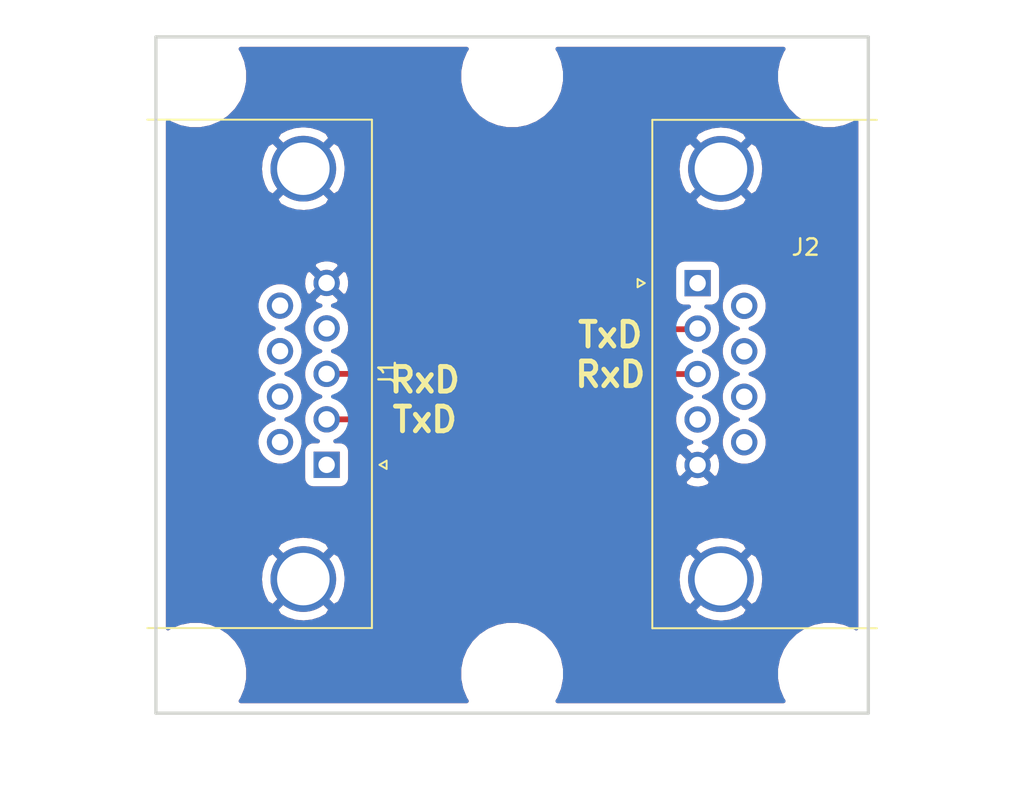
<source format=kicad_pcb>
(kicad_pcb (version 20211014) (generator pcbnew)
  (layers (0 "F.Cu" signal) (31 "B.Cu" signal) (34 "B.Paste" user) (35 "F.Paste" user) (36 "B.SilkS" user "B.Silkscreen") (37 "F.SilkS" user "F.Silkscreen") (38 "B.Mask" user) (39 "F.Mask" user) (44 "Edge.Cuts" user))
  (net 0 "")
  (net 1 "Net-(J1-Pad1)")
  (net 2 "Net-(J1-Pad6)")
  (net 3 "Net-(J1-Pad2)")
  (net 4 "Net-(J1-Pad7)")
  (net 5 "Net-(J1-Pad3)")
  (net 6 "Net-(J1-Pad8)")
  (net 7 "Net-(J1-Pad4)")
  (net 8 "Net-(J1-Pad9)")
  (net 9 "GND")
  (net 10 "Net-(J2-Pad9)")
  (net 11 "Net-(J2-Pad4)")
  (net 12 "Net-(J2-Pad8)")
  (net 13 "Net-(J2-Pad7)")
  (net 14 "Net-(J2-Pad6)")
  (net 15 "Net-(J2-Pad1)")
  (footprint "WiRoc:DSUB-9_Female_Horizontal_P2.77x2.84mm_Edge_offset6.96mm_centered_Edge8.08mm" (layer "F.Cu") (at 152.6 50 90)
    (fp_text reference "J2" (at 2.1845 6.5818 180) (layer "F.SilkS"))
    (fp_text value "DB9_Female_MountingHoles")
    (fp_line (start 9.945 -2.76) (end 9.945 10.92) (layer "F.SilkS") (width 0.12))
    (fp_line (start -21.025 -2.76) (end 9.945 -2.76) (layer "F.SilkS") (width 0.12))
    (fp_line (start 0.25 -3.654338) (end 0 -3.221325) (layer "F.SilkS") (width 0.12))
    (fp_line (start -0.25 -3.654338) (end 0.25 -3.654338) (layer "F.SilkS") (width 0.12))
    (fp_line (start -21.025 10.92) (end -21.025 -2.76) (layer "F.SilkS") (width 0.12))
    (fp_line (start 0 -3.221325) (end -0.25 -3.654338) (layer "F.SilkS") (width 0.12))
    (pad "0" thru_hole circle locked (at -18.04 1.42 90) (size 4 4) (drill 3.2) (layers *.Cu *.Mask) (net 9 "GND"))
    (pad "0" thru_hole circle locked (at 6.96 1.42 90) (size 4 4) (drill 3.2) (layers *.Cu *.Mask) (net 9 "GND"))
    (pad "1" thru_hole rect locked (at 0 0 90) (size 1.6 1.6) (drill 1) (layers *.Cu *.Mask) (net 15 "Net-(J2-Pad1)"))
    (pad "2" thru_hole circle locked (at -2.77 0 90) (size 1.6 1.6) (drill 1) (layers *.Cu *.Mask) (net 5 "Net-(J1-Pad3)"))
    (pad "3" thru_hole circle locked (at -5.54 0 90) (size 1.6 1.6) (drill 1) (layers *.Cu *.Mask) (net 3 "Net-(J1-Pad2)"))
    (pad "4" thru_hole circle locked (at -8.31 0 90) (size 1.6 1.6) (drill 1) (layers *.Cu *.Mask) (net 11 "Net-(J2-Pad4)"))
    (pad "5" thru_hole circle locked (at -11.08 0 90) (size 1.6 1.6) (drill 1) (layers *.Cu *.Mask) (net 9 "GND"))
    (pad "6" thru_hole circle locked (at -1.385 2.84 90) (size 1.6 1.6) (drill 1) (layers *.Cu *.Mask) (net 14 "Net-(J2-Pad6)"))
    (pad "7" thru_hole circle locked (at -4.155 2.84 90) (size 1.6 1.6) (drill 1) (layers *.Cu *.Mask) (net 13 "Net-(J2-Pad7)"))
    (pad "8" thru_hole circle locked (at -6.925 2.84 90) (size 1.6 1.6) (drill 1) (layers *.Cu *.Mask) (net 12 "Net-(J2-Pad8)"))
    (pad "9" thru_hole circle locked (at -9.695 2.84 90) (size 1.6 1.6) (drill 1) (layers *.Cu *.Mask) (net 10 "Net-(J2-Pad9)"))
  )
  (footprint "MountingHole:MountingHole_2.2mm_M2" (layer "F.Cu") (at 122 37.4)
    (fp_text reference "REF**" hide)
    (fp_text value "MountingHole_2.2mm_M2")
    (pad "" np_thru_hole circle locked (at 0 0) (size 2.2 2.2) (drill 2.2) (layers *.Cu *.Mask))
  )
  (footprint "MountingHole:MountingHole_2.2mm_M2" (layer "F.Cu") (at 160.6 37.4)
    (fp_text reference "REF**" hide)
    (fp_text value "MountingHole_2.2mm_M2")
    (pad "" np_thru_hole circle locked (at 0 0) (size 2.2 2.2) (drill 2.2) (layers *.Cu *.Mask))
  )
  (footprint "MountingHole:MountingHole_2.2mm_M2" (layer "F.Cu") (at 160.6 73.8)
    (fp_text reference "REF**" hide)
    (fp_text value "MountingHole_2.2mm_M2")
    (pad "" np_thru_hole circle locked (at 0 0) (size 2.2 2.2) (drill 2.2) (layers *.Cu *.Mask))
  )
  (footprint "MountingHole:MountingHole_2.2mm_M2" (layer "F.Cu") (at 122 73.8)
    (fp_text reference "REF**" hide)
    (fp_text value "MountingHole_2.2mm_M2")
    (pad "" np_thru_hole circle locked (at 0 0) (size 2.2 2.2) (drill 2.2) (layers *.Cu *.Mask))
  )
  (footprint "MountingHole:MountingHole_2.2mm_M2" (layer "F.Cu") (at 141.3 73.8)
    (fp_text reference "REF**" hide)
    (fp_text value "MountingHole_2.2mm_M2")
    (pad "" np_thru_hole circle locked (at 0 0) (size 2.2 2.2) (drill 2.2) (layers *.Cu *.Mask))
  )
  (footprint "MountingHole:MountingHole_2.2mm_M2" (layer "F.Cu") (at 141.3 37.4)
    (fp_text reference "REF**" hide)
    (fp_text value "MountingHole_2.2mm_M2")
    (pad "" np_thru_hole circle locked (at 0 0) (size 2.2 2.2) (drill 2.2) (layers *.Cu *.Mask))
  )
  (footprint "WiRoc:DSUB-9_Female_Horizontal_P2.77x2.84mm_Edge_offset6.96mm_centered_Edge8.08mm" (layer "F.Cu") (at 130 61.07 -90)
    (fp_text reference "J1" (at -5.54 -3.7 90) (layer "F.SilkS"))
    (fp_text value "DB9_Female_MountingHoles")
    (fp_line (start 0.25 -3.654338) (end 0 -3.221325) (layer "F.SilkS") (width 0.12))
    (fp_line (start -21.025 -2.76) (end 9.945 -2.76) (layer "F.SilkS") (width 0.12))
    (fp_line (start 0 -3.221325) (end -0.25 -3.654338) (layer "F.SilkS") (width 0.12))
    (fp_line (start -0.25 -3.654338) (end 0.25 -3.654338) (layer "F.SilkS") (width 0.12))
    (fp_line (start -21.025 10.92) (end -21.025 -2.76) (layer "F.SilkS") (width 0.12))
    (fp_line (start 9.945 -2.76) (end 9.945 10.92) (layer "F.SilkS") (width 0.12))
    (pad "0" thru_hole circle locked (at -18.04 1.42 270) (size 4 4) (drill 3.2) (layers *.Cu *.Mask) (net 9 "GND"))
    (pad "0" thru_hole circle locked (at 6.96 1.42 270) (size 4 4) (drill 3.2) (layers *.Cu *.Mask) (net 9 "GND"))
    (pad "1" thru_hole rect locked (at 0 0 270) (size 1.6 1.6) (drill 1) (layers *.Cu *.Mask) (net 1 "Net-(J1-Pad1)"))
    (pad "2" thru_hole circle locked (at -2.77 0 270) (size 1.6 1.6) (drill 1) (layers *.Cu *.Mask) (net 3 "Net-(J1-Pad2)"))
    (pad "3" thru_hole circle locked (at -5.54 0 270) (size 1.6 1.6) (drill 1) (layers *.Cu *.Mask) (net 5 "Net-(J1-Pad3)"))
    (pad "4" thru_hole circle locked (at -8.31 0 270) (size 1.6 1.6) (drill 1) (layers *.Cu *.Mask) (net 7 "Net-(J1-Pad4)"))
    (pad "5" thru_hole circle locked (at -11.08 0 270) (size 1.6 1.6) (drill 1) (layers *.Cu *.Mask) (net 9 "GND"))
    (pad "6" thru_hole circle locked (at -1.385 2.84 270) (size 1.6 1.6) (drill 1) (layers *.Cu *.Mask) (net 2 "Net-(J1-Pad6)"))
    (pad "7" thru_hole circle locked (at -4.155 2.84 270) (size 1.6 1.6) (drill 1) (layers *.Cu *.Mask) (net 4 "Net-(J1-Pad7)"))
    (pad "8" thru_hole circle locked (at -6.925 2.84 270) (size 1.6 1.6) (drill 1) (layers *.Cu *.Mask) (net 6 "Net-(J1-Pad8)"))
    (pad "9" thru_hole circle locked (at -9.695 2.84 270) (size 1.6 1.6) (drill 1) (layers *.Cu *.Mask) (net 8 "Net-(J1-Pad9)"))
  )
  (gr_line (start 119.6 76.2) (end 119.6 35) (layer "Edge.Cuts") (width 0.2))
  (gr_line (start 163 35) (end 163 76.2) (layer "Edge.Cuts") (width 0.2))
  (gr_line (start 163 76.2) (end 119.6 76.2) (layer "Edge.Cuts") (width 0.2))
  (gr_line (start 119.6 35) (end 163 35) (layer "Edge.Cuts") (width 0.2))
  (gr_text "RxD\nTxD\n" (at 135.98 57.11) (layer "F.SilkS") (effects (font (size 1.5 1.5) (thickness 0.3))))
  (gr_text "TxD\nRxD" (at 147.28 54.36) (layer "F.SilkS") (effects (font (size 1.5 1.5) (thickness 0.3))))
  (segment (start 140.01 58.3) (end 130 58.3) (width 0.35) (layer "F.Cu") (net 3))
  (segment (start 142.77 55.54) (end 140.01 58.3) (width 0.35) (layer "F.Cu") (net 3))
  (segment (start 152.6 55.54) (end 142.77 55.54) (width 0.35) (layer "F.Cu") (net 3))
  (segment (start 141.68 52.81) (end 138.96 55.53) (width 0.35) (layer "F.Cu") (net 5))
  (segment (start 152.56 52.81) (end 141.68 52.81) (width 0.35) (layer "F.Cu") (net 5))
  (segment (start 152.6 52.77) (end 152.56 52.81) (width 0.35) (layer "F.Cu") (net 5))
  (segment (start 138.96 55.53) (end 130 55.53) (width 0.35) (layer "F.Cu") (net 5))
  (zone (net 9) (net_name "GND") (layer "F.Cu") (connect_pads (clearance 0.508)) (min_thickness 0.254) (fill yes (thermal_gap 0.508) (thermal_bridge_width 0.508))
    (polygon (pts (xy 118.6053 33.9979) (xy 164.0078 34.0487) (xy 164.1094 78.1431) (xy 118.364 78.7527)))
  )
  (zone (net 9) (net_name "GND") (layer "B.Cu") (connect_pads (clearance 0.508)) (min_thickness 0.254) (fill yes (thermal_gap 0.508) (thermal_bridge_width 0.508))
    (polygon (pts (xy 117.5639 32.7533) (xy 165.227 32.7533) (xy 166.37 79.5274) (xy 116.5606 81.2927)))
  )
)
</source>
